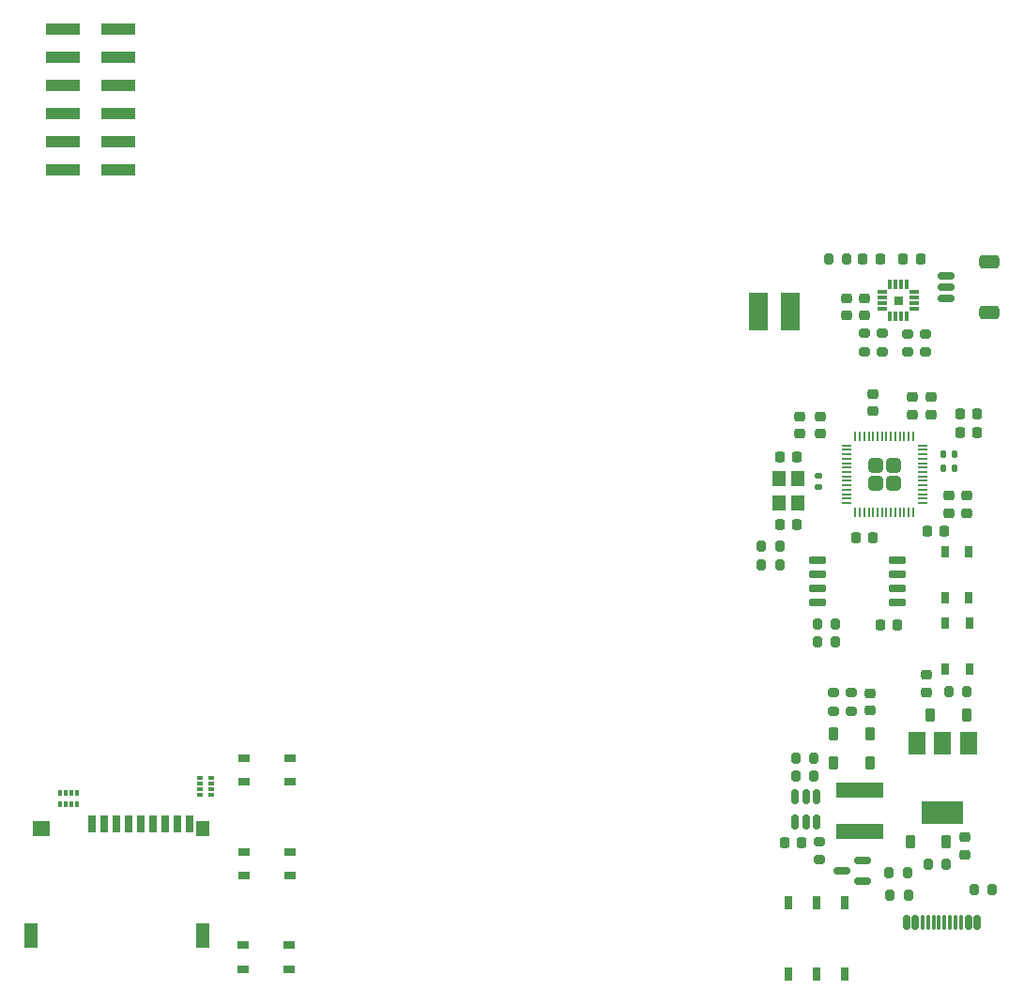
<source format=gbp>
%TF.GenerationSoftware,KiCad,Pcbnew,7.0.7*%
%TF.CreationDate,2023-11-03T00:36:18+00:00*%
%TF.ProjectId,mod-badge-mbr,6d6f642d-6261-4646-9765-2d6d62722e6b,rev?*%
%TF.SameCoordinates,Original*%
%TF.FileFunction,Paste,Bot*%
%TF.FilePolarity,Positive*%
%FSLAX46Y46*%
G04 Gerber Fmt 4.6, Leading zero omitted, Abs format (unit mm)*
G04 Created by KiCad (PCBNEW 7.0.7) date 2023-11-03 00:36:18*
%MOMM*%
%LPD*%
G01*
G04 APERTURE LIST*
G04 Aperture macros list*
%AMRoundRect*
0 Rectangle with rounded corners*
0 $1 Rounding radius*
0 $2 $3 $4 $5 $6 $7 $8 $9 X,Y pos of 4 corners*
0 Add a 4 corners polygon primitive as box body*
4,1,4,$2,$3,$4,$5,$6,$7,$8,$9,$2,$3,0*
0 Add four circle primitives for the rounded corners*
1,1,$1+$1,$2,$3*
1,1,$1+$1,$4,$5*
1,1,$1+$1,$6,$7*
1,1,$1+$1,$8,$9*
0 Add four rect primitives between the rounded corners*
20,1,$1+$1,$2,$3,$4,$5,0*
20,1,$1+$1,$4,$5,$6,$7,0*
20,1,$1+$1,$6,$7,$8,$9,0*
20,1,$1+$1,$8,$9,$2,$3,0*%
G04 Aperture macros list end*
%ADD10C,0.010000*%
%ADD11RoundRect,0.200000X-0.275000X0.200000X-0.275000X-0.200000X0.275000X-0.200000X0.275000X0.200000X0*%
%ADD12RoundRect,0.225000X0.225000X0.250000X-0.225000X0.250000X-0.225000X-0.250000X0.225000X-0.250000X0*%
%ADD13RoundRect,0.200000X0.275000X-0.200000X0.275000X0.200000X-0.275000X0.200000X-0.275000X-0.200000X0*%
%ADD14RoundRect,0.200000X0.200000X0.275000X-0.200000X0.275000X-0.200000X-0.275000X0.200000X-0.275000X0*%
%ADD15RoundRect,0.225000X0.225000X0.375000X-0.225000X0.375000X-0.225000X-0.375000X0.225000X-0.375000X0*%
%ADD16RoundRect,0.225000X-0.250000X0.225000X-0.250000X-0.225000X0.250000X-0.225000X0.250000X0.225000X0*%
%ADD17RoundRect,0.225000X0.250000X-0.225000X0.250000X0.225000X-0.250000X0.225000X-0.250000X-0.225000X0*%
%ADD18R,0.700000X1.600000*%
%ADD19R,1.200000X2.200000*%
%ADD20R,1.600000X1.400000*%
%ADD21R,1.200000X1.400000*%
%ADD22RoundRect,0.200000X-0.200000X-0.275000X0.200000X-0.275000X0.200000X0.275000X-0.200000X0.275000X0*%
%ADD23RoundRect,0.225000X-0.225000X-0.250000X0.225000X-0.250000X0.225000X0.250000X-0.225000X0.250000X0*%
%ADD24RoundRect,0.225000X-0.225000X-0.375000X0.225000X-0.375000X0.225000X0.375000X-0.225000X0.375000X0*%
%ADD25RoundRect,0.150000X0.587500X0.150000X-0.587500X0.150000X-0.587500X-0.150000X0.587500X-0.150000X0*%
%ADD26RoundRect,0.150000X-0.625000X0.150000X-0.625000X-0.150000X0.625000X-0.150000X0.625000X0.150000X0*%
%ADD27RoundRect,0.250000X-0.650000X0.350000X-0.650000X-0.350000X0.650000X-0.350000X0.650000X0.350000X0*%
%ADD28R,0.400000X0.500000*%
%ADD29R,0.300000X0.500000*%
%ADD30R,1.050000X0.650000*%
%ADD31RoundRect,0.135000X0.135000X0.185000X-0.135000X0.185000X-0.135000X-0.185000X0.135000X-0.185000X0*%
%ADD32R,0.500000X0.400000*%
%ADD33R,0.500000X0.300000*%
%ADD34RoundRect,0.135000X-0.185000X0.135000X-0.185000X-0.135000X0.185000X-0.135000X0.185000X0.135000X0*%
%ADD35R,0.700000X1.200000*%
%ADD36R,0.650000X1.050000*%
%ADD37RoundRect,0.050000X0.050000X-0.387500X0.050000X0.387500X-0.050000X0.387500X-0.050000X-0.387500X0*%
%ADD38RoundRect,0.050000X0.387500X-0.050000X0.387500X0.050000X-0.387500X0.050000X-0.387500X-0.050000X0*%
%ADD39RoundRect,0.249999X0.395001X-0.395001X0.395001X0.395001X-0.395001X0.395001X-0.395001X-0.395001X0*%
%ADD40R,1.800000X3.400000*%
%ADD41R,1.500000X2.000000*%
%ADD42R,3.800000X2.000000*%
%ADD43R,3.150000X1.000000*%
%ADD44RoundRect,0.008100X0.126900X-0.411900X0.126900X0.411900X-0.126900X0.411900X-0.126900X-0.411900X0*%
%ADD45RoundRect,0.008100X-0.411900X-0.126900X0.411900X-0.126900X0.411900X0.126900X-0.411900X0.126900X0*%
%ADD46RoundRect,0.150000X0.150000X0.500000X-0.150000X0.500000X-0.150000X-0.500000X0.150000X-0.500000X0*%
%ADD47RoundRect,0.075000X0.075000X0.575000X-0.075000X0.575000X-0.075000X-0.575000X0.075000X-0.575000X0*%
%ADD48RoundRect,0.150000X-0.650000X-0.150000X0.650000X-0.150000X0.650000X0.150000X-0.650000X0.150000X0*%
%ADD49R,4.200000X1.400000*%
%ADD50RoundRect,0.150000X-0.150000X0.512500X-0.150000X-0.512500X0.150000X-0.512500X0.150000X0.512500X0*%
G04 APERTURE END LIST*
%TO.C,U5*%
D10*
X80946200Y-30152200D02*
X80246200Y-30152200D01*
X80246200Y-29452200D01*
X80946200Y-29452200D01*
X80946200Y-30152200D01*
G36*
X80946200Y-30152200D02*
G01*
X80246200Y-30152200D01*
X80246200Y-29452200D01*
X80946200Y-29452200D01*
X80946200Y-30152200D01*
G37*
%TD*%
D11*
%TO.C,R18*%
X76368000Y-65207400D03*
X76368000Y-66857400D03*
%TD*%
D12*
%TO.C,C14*%
X80496000Y-59110200D03*
X78946000Y-59110200D03*
%TD*%
D13*
%TO.C,R24*%
X74782200Y-66873800D03*
X74782200Y-65223800D03*
%TD*%
D14*
%TO.C,R20*%
X84953038Y-80658800D03*
X83303038Y-80658800D03*
%TD*%
D15*
%TO.C,D15*%
X86772400Y-67215000D03*
X83472400Y-67215000D03*
%TD*%
D16*
%TO.C,C17*%
X83104400Y-63591400D03*
X83104400Y-65141400D03*
%TD*%
D13*
%TO.C,R21*%
X77537000Y-34438000D03*
X77537000Y-32788000D03*
%TD*%
D17*
%TO.C,C6*%
X81882600Y-40098400D03*
X81882600Y-38548400D03*
%TD*%
D14*
%TO.C,R13*%
X69924600Y-53632800D03*
X68274600Y-53632800D03*
%TD*%
D18*
%TO.C,J2*%
X7868400Y-76998890D03*
X8968400Y-76998890D03*
X10068400Y-76998890D03*
X11168400Y-76998890D03*
X12268400Y-76998890D03*
X13368400Y-76998890D03*
X14468400Y-76998890D03*
X15568400Y-76998890D03*
X16668400Y-76998890D03*
D19*
X2368400Y-87098890D03*
D20*
X3268400Y-77498890D03*
D19*
X17868400Y-87098890D03*
D21*
X17868400Y-77498890D03*
%TD*%
D16*
%TO.C,C8*%
X86735600Y-47443800D03*
X86735600Y-48993800D03*
%TD*%
D14*
%TO.C,R14*%
X69924600Y-52002600D03*
X68274600Y-52002600D03*
%TD*%
D12*
%TO.C,C15*%
X71490600Y-50058000D03*
X69940600Y-50058000D03*
%TD*%
D22*
%TO.C,R1*%
X71343400Y-72676400D03*
X72993400Y-72676400D03*
%TD*%
D12*
%TO.C,C9*%
X78337000Y-51223800D03*
X76787000Y-51223800D03*
%TD*%
D22*
%TO.C,R33*%
X85131800Y-65114000D03*
X86781800Y-65114000D03*
%TD*%
D17*
%TO.C,C7*%
X83561600Y-40098400D03*
X83561600Y-38548400D03*
%TD*%
D23*
%TO.C,C13*%
X86178800Y-40048800D03*
X87728800Y-40048800D03*
%TD*%
D13*
%TO.C,R22*%
X83053400Y-34463400D03*
X83053400Y-32813400D03*
%TD*%
D23*
%TO.C,C5*%
X86165000Y-41722600D03*
X87715000Y-41722600D03*
%TD*%
D14*
%TO.C,R2*%
X72993400Y-71080800D03*
X71343400Y-71080800D03*
%TD*%
D13*
%TO.C,R3*%
X73498400Y-80269200D03*
X73498400Y-78619200D03*
%TD*%
D24*
%TO.C,D2*%
X81655000Y-78682600D03*
X84955000Y-78682600D03*
%TD*%
D25*
%TO.C,Q2*%
X77359900Y-80337000D03*
X77359900Y-82237000D03*
X75484900Y-81287000D03*
%TD*%
D15*
%TO.C,D1*%
X78091400Y-71496400D03*
X74791400Y-71496400D03*
%TD*%
D26*
%TO.C,J3*%
X84950800Y-27617800D03*
X84950800Y-28617800D03*
X84950800Y-29617800D03*
D27*
X88825800Y-30917800D03*
X88825800Y-26317800D03*
%TD*%
D28*
%TO.C,RN1*%
X4970000Y-74268600D03*
D29*
X5470000Y-74268600D03*
X5970000Y-74268600D03*
D28*
X6470000Y-74268600D03*
X6470000Y-75268600D03*
D29*
X5970000Y-75268600D03*
X5470000Y-75268600D03*
D28*
X4970000Y-75268600D03*
%TD*%
D22*
%TO.C,R7*%
X87424800Y-82963400D03*
X89074800Y-82963400D03*
%TD*%
D30*
%TO.C,SW4*%
X21490200Y-90137503D03*
X25640200Y-90137503D03*
X21490200Y-87987503D03*
X25640200Y-87987503D03*
%TD*%
D13*
%TO.C,R19*%
X79128000Y-34438000D03*
X79128000Y-32788000D03*
%TD*%
D31*
%TO.C,R11*%
X85671600Y-44932600D03*
X84651600Y-44932600D03*
%TD*%
%TO.C,R12*%
X85671600Y-43698200D03*
X84651600Y-43698200D03*
%TD*%
D32*
%TO.C,RN2*%
X18625000Y-72925000D03*
D33*
X18625000Y-73425000D03*
X18625000Y-73925000D03*
D32*
X18625000Y-74425000D03*
X17625000Y-74425000D03*
D33*
X17625000Y-73925000D03*
X17625000Y-73425000D03*
D32*
X17625000Y-72925000D03*
%TD*%
D16*
%TO.C,C3*%
X85155600Y-47430000D03*
X85155600Y-48980000D03*
%TD*%
D34*
%TO.C,R10*%
X73410600Y-45652000D03*
X73410600Y-46672000D03*
%TD*%
D22*
%TO.C,R5*%
X79776200Y-81407000D03*
X81426200Y-81407000D03*
%TD*%
D14*
%TO.C,R6*%
X81513800Y-83485200D03*
X79863800Y-83485200D03*
%TD*%
D13*
%TO.C,R23*%
X81483200Y-34463400D03*
X81483200Y-32813400D03*
%TD*%
D14*
%TO.C,R53*%
X75939200Y-26074200D03*
X74289200Y-26074200D03*
%TD*%
D17*
%TO.C,C18*%
X77559400Y-31180800D03*
X77559400Y-29630800D03*
%TD*%
D35*
%TO.C,SW7*%
X70728600Y-90615600D03*
X73228600Y-90615600D03*
X75728600Y-90615600D03*
X70728600Y-84115600D03*
X73228600Y-84115600D03*
X75728600Y-84115600D03*
%TD*%
D30*
%TO.C,SW5*%
X21590200Y-73231703D03*
X25740200Y-73231703D03*
X21590200Y-71081703D03*
X25740200Y-71081703D03*
%TD*%
D36*
%TO.C,SW2*%
X87007800Y-63062303D03*
X87007800Y-58912303D03*
X84857800Y-63062303D03*
X84857800Y-58912303D03*
%TD*%
D30*
%TO.C,SW6*%
X21590200Y-81684603D03*
X25740200Y-81684603D03*
X21590200Y-79534603D03*
X25740200Y-79534603D03*
%TD*%
D12*
%TO.C,C22*%
X71898238Y-78707600D03*
X70348238Y-78707600D03*
%TD*%
D21*
%TO.C,Y1*%
X71536600Y-45906000D03*
X71536600Y-48106000D03*
X69836600Y-48106000D03*
X69836600Y-45906000D03*
%TD*%
D37*
%TO.C,U1*%
X81933400Y-48920400D03*
X81533400Y-48920400D03*
X81133400Y-48920400D03*
X80733400Y-48920400D03*
X80333400Y-48920400D03*
X79933400Y-48920400D03*
X79533400Y-48920400D03*
X79133400Y-48920400D03*
X78733400Y-48920400D03*
X78333400Y-48920400D03*
X77933400Y-48920400D03*
X77533400Y-48920400D03*
X77133400Y-48920400D03*
X76733400Y-48920400D03*
D38*
X75895900Y-48082900D03*
X75895900Y-47682900D03*
X75895900Y-47282900D03*
X75895900Y-46882900D03*
X75895900Y-46482900D03*
X75895900Y-46082900D03*
X75895900Y-45682900D03*
X75895900Y-45282900D03*
X75895900Y-44882900D03*
X75895900Y-44482900D03*
X75895900Y-44082900D03*
X75895900Y-43682900D03*
X75895900Y-43282900D03*
X75895900Y-42882900D03*
D37*
X76733400Y-42045400D03*
X77133400Y-42045400D03*
X77533400Y-42045400D03*
X77933400Y-42045400D03*
X78333400Y-42045400D03*
X78733400Y-42045400D03*
X79133400Y-42045400D03*
X79533400Y-42045400D03*
X79933400Y-42045400D03*
X80333400Y-42045400D03*
X80733400Y-42045400D03*
X81133400Y-42045400D03*
X81533400Y-42045400D03*
X81933400Y-42045400D03*
D38*
X82770900Y-42882900D03*
X82770900Y-43282900D03*
X82770900Y-43682900D03*
X82770900Y-44082900D03*
X82770900Y-44482900D03*
X82770900Y-44882900D03*
X82770900Y-45282900D03*
X82770900Y-45682900D03*
X82770900Y-46082900D03*
X82770900Y-46482900D03*
X82770900Y-46882900D03*
X82770900Y-47282900D03*
X82770900Y-47682900D03*
X82770900Y-48082900D03*
D39*
X80133400Y-46282900D03*
X78533400Y-46282900D03*
X80133400Y-44682900D03*
X78533400Y-44682900D03*
%TD*%
D17*
%TO.C,C4*%
X73546200Y-41800200D03*
X73546200Y-40250200D03*
%TD*%
D23*
%TO.C,C16*%
X69936600Y-43950000D03*
X71486600Y-43950000D03*
%TD*%
D12*
%TO.C,C21*%
X82590400Y-26064800D03*
X81040400Y-26064800D03*
%TD*%
D17*
%TO.C,C19*%
X75936400Y-31180800D03*
X75936400Y-29630800D03*
%TD*%
%TO.C,C12*%
X78324000Y-39805200D03*
X78324000Y-38255200D03*
%TD*%
D40*
%TO.C,J5*%
X68021400Y-30844200D03*
%TD*%
D14*
%TO.C,R9*%
X74957400Y-58988000D03*
X73307400Y-58988000D03*
%TD*%
%TO.C,R8*%
X74957400Y-60618200D03*
X73307400Y-60618200D03*
%TD*%
D23*
%TO.C,C10*%
X83207000Y-50632800D03*
X84757000Y-50632800D03*
%TD*%
D36*
%TO.C,SW3*%
X86973400Y-56606897D03*
X86973400Y-52456897D03*
X84823400Y-56606897D03*
X84823400Y-52456897D03*
%TD*%
D41*
%TO.C,U3*%
X82303800Y-69740600D03*
D42*
X84603800Y-76040600D03*
D41*
X84603800Y-69740600D03*
X86903800Y-69740600D03*
%TD*%
D43*
%TO.C,J7*%
X10250000Y-5325000D03*
X5200000Y-5325000D03*
X10250000Y-7865000D03*
X5200000Y-7865000D03*
X10250000Y-10405000D03*
X5200000Y-10405000D03*
X10250000Y-12945000D03*
X5200000Y-12945000D03*
X10250000Y-15485000D03*
X5200000Y-15485000D03*
X10250000Y-18025000D03*
X5200000Y-18025000D03*
%TD*%
D44*
%TO.C,U5*%
X81346200Y-31237200D03*
X80846200Y-31237200D03*
X80346200Y-31237200D03*
X79846200Y-31237200D03*
D45*
X79161200Y-30552200D03*
X79161200Y-30052200D03*
X79161200Y-29552200D03*
X79161200Y-29052200D03*
D44*
X79846200Y-28367200D03*
X80346200Y-28367200D03*
X80846200Y-28367200D03*
X81346200Y-28367200D03*
D45*
X82031200Y-29052200D03*
X82031200Y-29552200D03*
X82031200Y-30052200D03*
X82031200Y-30552200D03*
%TD*%
D46*
%TO.C,J1*%
X87720400Y-85944400D03*
X86920400Y-85944400D03*
D47*
X85770400Y-85944400D03*
X84770400Y-85944400D03*
X84270400Y-85944400D03*
X83270400Y-85944400D03*
D46*
X82120400Y-85944400D03*
X81320400Y-85944400D03*
X81320400Y-85944400D03*
X82120400Y-85944400D03*
D47*
X82770400Y-85944400D03*
X83770400Y-85944400D03*
X85270400Y-85944400D03*
X86270400Y-85944400D03*
D46*
X86920400Y-85944400D03*
X87720400Y-85944400D03*
%TD*%
D23*
%TO.C,C20*%
X77404200Y-26090200D03*
X78954200Y-26090200D03*
%TD*%
D24*
%TO.C,D3*%
X74740400Y-68920400D03*
X78040400Y-68920400D03*
%TD*%
D40*
%TO.C,J4*%
X70880000Y-30844200D03*
%TD*%
D16*
%TO.C,C2*%
X86598400Y-78248600D03*
X86598400Y-79798600D03*
%TD*%
D17*
%TO.C,C1*%
X78034200Y-66819200D03*
X78034200Y-65269200D03*
%TD*%
%TO.C,C11*%
X71717400Y-41811800D03*
X71717400Y-40261800D03*
%TD*%
D48*
%TO.C,U4*%
X73304000Y-57033000D03*
X73304000Y-55763000D03*
X73304000Y-54493000D03*
X73304000Y-53223000D03*
X80504000Y-53223000D03*
X80504000Y-54493000D03*
X80504000Y-55763000D03*
X80504000Y-57033000D03*
%TD*%
D49*
%TO.C,L1*%
X77087400Y-77675400D03*
X77087400Y-73975400D03*
%TD*%
D50*
%TO.C,U2*%
X71307400Y-74587900D03*
X72257400Y-74587900D03*
X73207400Y-74587900D03*
X73207400Y-76862900D03*
X72257400Y-76862900D03*
X71307400Y-76862900D03*
%TD*%
M02*

</source>
